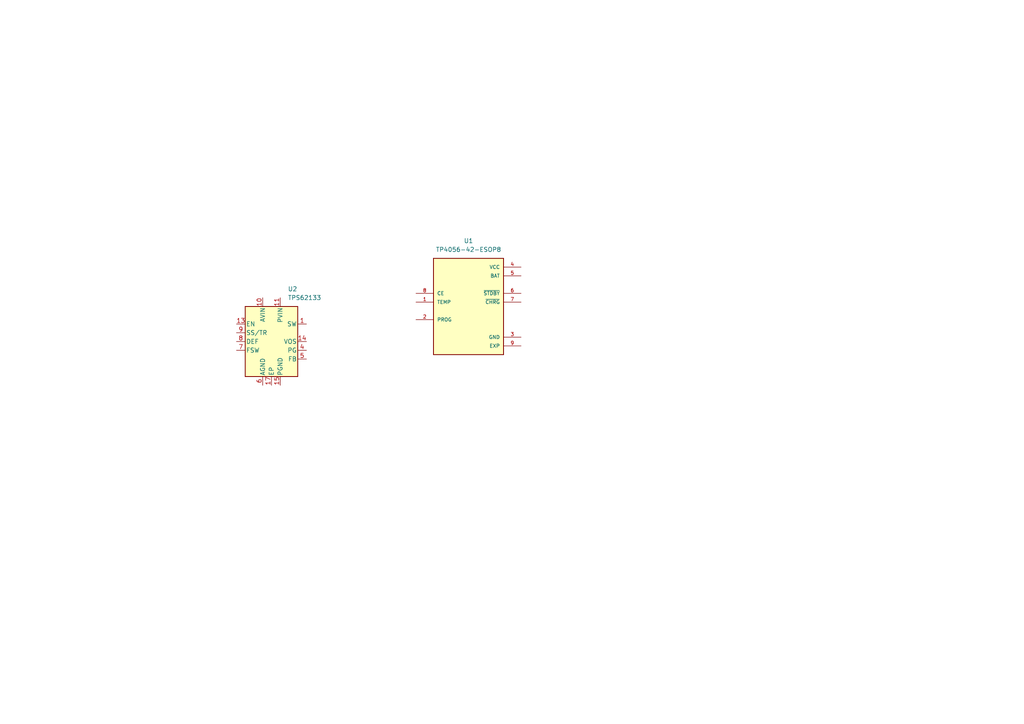
<source format=kicad_sch>
(kicad_sch (version 20230121) (generator eeschema)
  (paper "A4")
  (title_block (title "Micromouse Power Board") (date "2025-03-24") (rev "v1.0") (company "University of Cape Town") (comment 3 "Authors: Rafael Cardoso & Amir Dollie") (comment 4 "CRDRAF001 & DLLAMI004"))
  (lib_symbols
    (symbol "Regulator_Switching:TPS62133" (pin_names (offset 0.254))
      (property "Reference" "U" (at 3.81 13.97 0))
      (property "Value" "TPS62133" (at 3.81 11.43 0))
      (symbol "TPS62133_0_1"
        (rectangle (start -7.62 10.16) (end 7.62 -10.16) (stroke (width 0.254)) (fill (type background)))
      )
      (symbol "TPS62133_1_1"
        (pin output line (at 10.16 5.08 180) (length 2.54) (name "SW") (number "1"))
        (pin power_in line (at -2.54 12.7 270) (length 2.54) (name "AVIN") (number "10"))
        (pin power_in line (at 2.54 12.7 270) (length 2.54) (name "PVIN") (number "11"))
        (pin passive line (at 2.54 12.7 270) (length 2.54) hide (name "PVIN") (number "12"))
        (pin input line (at -10.16 5.08 0) (length 2.54) (name "EN") (number "13"))
        (pin input line (at 10.16 0 180) (length 2.54) (name "VOS") (number "14"))
        (pin power_in line (at 2.54 -12.7 90) (length 2.54) (name "PGND") (number "15"))
        (pin passive line (at 2.54 -12.7 90) (length 2.54) hide (name "PGND") (number "16"))
        (pin power_in line (at 0 -12.7 90) (length 2.54) (name "EP") (number "17"))
        (pin passive line (at 10.16 5.08 180) (length 2.54) hide (name "SW") (number "2"))
        (pin passive line (at 10.16 5.08 180) (length 2.54) hide (name "SW") (number "3"))
        (pin open_collector line (at 10.16 -2.54 180) (length 2.54) (name "PG") (number "4"))
        (pin input line (at 10.16 -5.08 180) (length 2.54) (name "FB") (number "5"))
        (pin power_in line (at -2.54 -12.7 90) (length 2.54) (name "AGND") (number "6"))
        (pin input line (at -10.16 -2.54 0) (length 2.54) (name "FSW") (number "7"))
        (pin input line (at -10.16 0 0) (length 2.54) (name "DEF") (number "8"))
        (pin input line (at -10.16 2.54 0) (length 2.54) (name "SS/TR") (number "9"))
      )
    )
    (symbol "TP4056-42-ESOP8:TP4056-42-ESOP8" (pin_names (offset 1.016))
      (property "Reference" "U" (at -10.16 16.002 0))
      (property "Value" "TP4056-42-ESOP8" (at -10.16 -15.24 0))
      (symbol "TP4056-42-ESOP8_0_0"
        (rectangle (start -10.16 -12.7) (end 10.16 15.24) (stroke (width 0.254)) (fill (type background)))
        (pin input line (at -15.24 2.54 0) (length 5.08) (name "TEMP") (number "1"))
        (pin passive line (at -15.24 -2.54 0) (length 5.08) (name "PROG") (number "2"))
        (pin power_in line (at 15.24 -7.62 180) (length 5.08) (name "GND") (number "3"))
        (pin power_in line (at 15.24 12.7 180) (length 5.08) (name "VCC") (number "4"))
        (pin power_in line (at 15.24 10.16 180) (length 5.08) (name "BAT") (number "5"))
        (pin output line (at 15.24 5.08 180) (length 5.08) (name "~{STDBY}") (number "6"))
        (pin output line (at 15.24 2.54 180) (length 5.08) (name "~{CHRG}") (number "7"))
        (pin input line (at -15.24 5.08 0) (length 5.08) (name "CE") (number "8"))
        (pin passive line (at 15.24 -10.16 180) (length 5.08) (name "EXP") (number "9"))
      )
    )
  )
  (symbol (lib_id "Regulator_Switching:TPS62133") (at 78.74 99.06 0) (unit 1)
    (property "Reference" "U2" (at 83.4741 83.82 0) (effects (justify left)))
    (property "Value" "TPS62133" (at 83.4741 86.36 0) (effects (justify left)))
    (property "Footprint" "Package_DFN_QFN:VQFN-16-1EP_3x3mm_P0.5mm_EP1.68x1.68mm_ThermalVias" (effects hide))
    (property "Datasheet" "http://www.ti.com/lit/ds/symlink/tps62130.pdf" (effects hide))
  )
  (symbol (lib_id "TP4056-42-ESOP8:TP4056-42-ESOP8") (at 135.89 90.17 0) (unit 1)
    (property "Reference" "U1" (at 135.89 69.85 0))
    (property "Value" "TP4056-42-ESOP8" (at 135.89 72.39 0))
    (property "Footprint" "TP4056-42-ESOP8:SOIC127P600X175-9N" (effects hide))
    (property "MF" "toppower" (effects hide))
    (property "MAXIMUM_PACKAGE_HEIGHT" "1.75mm" (effects hide))
    (property "Package" "None" (effects hide))
    (property "Price" "None" (effects hide))
    (property "Check_prices" "https://www.snapeda.com/parts/TP4056-42-ESOP8/toppower/view-part/?ref=eda" (effects hide))
    (property "STANDARD" "IPC-7351B" (effects hide))
    (property "PARTREV" "NA" (effects hide))
    (property "SnapEDA_Link" "https://www.snapeda.com/parts/TP4056-42-ESOP8/toppower/view-part/?ref=snap" (effects hide))
    (property "MP" "TP4056-42-ESOP8" (effects hide))
    (property "Description" "\n                        \n                            \n                        \n" (effects hide))
    (property "Availability" "Not in stock" (effects hide))
    (property "MANUFACTURER" "Top Power" (effects hide))
  )
)
</source>
